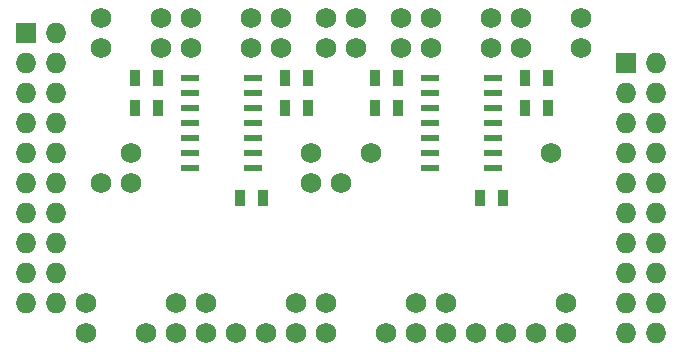
<source format=gbs>
G04 (created by PCBNEW (2013-07-07 BZR 4022)-stable) date 25/06/2014 08:25:45*
%MOIN*%
G04 Gerber Fmt 3.4, Leading zero omitted, Abs format*
%FSLAX34Y34*%
G01*
G70*
G90*
G04 APERTURE LIST*
%ADD10C,0.00393701*%
%ADD11R,0.035X0.055*%
%ADD12R,0.068X0.068*%
%ADD13O,0.068X0.068*%
%ADD14R,0.0590551X0.023622*%
%ADD15C,0.068*%
G04 APERTURE END LIST*
G54D10*
G54D11*
X64875Y-30000D03*
X64125Y-30000D03*
G54D12*
X49000Y-24500D03*
G54D13*
X50000Y-24500D03*
X49000Y-25500D03*
X50000Y-25500D03*
X49000Y-26500D03*
X50000Y-26500D03*
X49000Y-27500D03*
X50000Y-27500D03*
X49000Y-28500D03*
X50000Y-28500D03*
X49000Y-29500D03*
X50000Y-29500D03*
X49000Y-30500D03*
X50000Y-30500D03*
X49000Y-31500D03*
X50000Y-31500D03*
X49000Y-32500D03*
X50000Y-32500D03*
X49000Y-33500D03*
X50000Y-33500D03*
G54D12*
X69000Y-25500D03*
G54D13*
X70000Y-25500D03*
X69000Y-26500D03*
X70000Y-26500D03*
X69000Y-27500D03*
X70000Y-27500D03*
X69000Y-28500D03*
X70000Y-28500D03*
X69000Y-29500D03*
X70000Y-29500D03*
X69000Y-30500D03*
X70000Y-30500D03*
X69000Y-31500D03*
X70000Y-31500D03*
X69000Y-32500D03*
X70000Y-32500D03*
X69000Y-33500D03*
X70000Y-33500D03*
X69000Y-34500D03*
X70000Y-34500D03*
G54D11*
X60625Y-27000D03*
X61375Y-27000D03*
X60625Y-26000D03*
X61375Y-26000D03*
X65625Y-27000D03*
X66375Y-27000D03*
X65625Y-26000D03*
X66375Y-26000D03*
G54D14*
X62437Y-29000D03*
X62437Y-28500D03*
X62437Y-28000D03*
X62437Y-27500D03*
X62437Y-27000D03*
X62437Y-26500D03*
X62437Y-26000D03*
X64562Y-26000D03*
X64562Y-26500D03*
X64562Y-27000D03*
X64562Y-27500D03*
X64562Y-28000D03*
X64562Y-28500D03*
X64562Y-29000D03*
G54D11*
X56875Y-30000D03*
X56125Y-30000D03*
X52625Y-27000D03*
X53375Y-27000D03*
X52625Y-26000D03*
X53375Y-26000D03*
X57625Y-27000D03*
X58375Y-27000D03*
X57625Y-26000D03*
X58375Y-26000D03*
G54D14*
X54437Y-29000D03*
X54437Y-28500D03*
X54437Y-28000D03*
X54437Y-27500D03*
X54437Y-27000D03*
X54437Y-26500D03*
X54437Y-26000D03*
X56562Y-26000D03*
X56562Y-26500D03*
X56562Y-27000D03*
X56562Y-27500D03*
X56562Y-28000D03*
X56562Y-28500D03*
X56562Y-29000D03*
G54D15*
X51500Y-24000D03*
X60000Y-25000D03*
X64500Y-24000D03*
X64500Y-25000D03*
X62500Y-25000D03*
X62500Y-24000D03*
X56500Y-24000D03*
X56500Y-25000D03*
X60500Y-28500D03*
X66500Y-28500D03*
X52500Y-28500D03*
X51500Y-25000D03*
X61500Y-24000D03*
X61500Y-25000D03*
X65500Y-24000D03*
X65500Y-25000D03*
X53500Y-24000D03*
X53500Y-25000D03*
X67000Y-33500D03*
X63000Y-33500D03*
X62000Y-33500D03*
X58000Y-33500D03*
X59000Y-33500D03*
X55000Y-33500D03*
X54000Y-33500D03*
X51000Y-33500D03*
X67000Y-34500D03*
X66000Y-34500D03*
X63000Y-34500D03*
X62000Y-34500D03*
X59000Y-34500D03*
X58000Y-34500D03*
X54000Y-34500D03*
X55000Y-34500D03*
X64000Y-34500D03*
X51000Y-34500D03*
X65000Y-34500D03*
X61000Y-34500D03*
X59000Y-24000D03*
X53000Y-34500D03*
X57000Y-34500D03*
X67500Y-24000D03*
X58500Y-29500D03*
X52500Y-29500D03*
X54500Y-25000D03*
X54500Y-24000D03*
X58500Y-28500D03*
X57500Y-24000D03*
X57500Y-25000D03*
X59000Y-25000D03*
X67500Y-25000D03*
X56000Y-34500D03*
X59500Y-29500D03*
X51500Y-29500D03*
X60000Y-24000D03*
M02*

</source>
